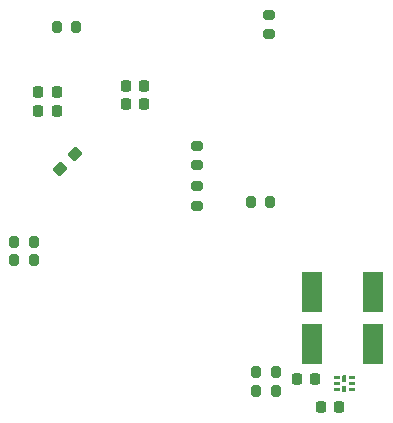
<source format=gbr>
%TF.GenerationSoftware,KiCad,Pcbnew,8.0.3-8.0.3-0~ubuntu22.04.1*%
%TF.CreationDate,2024-06-15T18:18:28-06:00*%
%TF.ProjectId,stm32g070 and DRV8311 single motor board - V1 Alpha,73746d33-3267-4303-9730-20616e642044,rev?*%
%TF.SameCoordinates,Original*%
%TF.FileFunction,Paste,Bot*%
%TF.FilePolarity,Positive*%
%FSLAX46Y46*%
G04 Gerber Fmt 4.6, Leading zero omitted, Abs format (unit mm)*
G04 Created by KiCad (PCBNEW 8.0.3-8.0.3-0~ubuntu22.04.1) date 2024-06-15 18:18:28*
%MOMM*%
%LPD*%
G01*
G04 APERTURE LIST*
G04 Aperture macros list*
%AMRoundRect*
0 Rectangle with rounded corners*
0 $1 Rounding radius*
0 $2 $3 $4 $5 $6 $7 $8 $9 X,Y pos of 4 corners*
0 Add a 4 corners polygon primitive as box body*
4,1,4,$2,$3,$4,$5,$6,$7,$8,$9,$2,$3,0*
0 Add four circle primitives for the rounded corners*
1,1,$1+$1,$2,$3*
1,1,$1+$1,$4,$5*
1,1,$1+$1,$6,$7*
1,1,$1+$1,$8,$9*
0 Add four rect primitives between the rounded corners*
20,1,$1+$1,$2,$3,$4,$5,0*
20,1,$1+$1,$4,$5,$6,$7,0*
20,1,$1+$1,$6,$7,$8,$9,0*
20,1,$1+$1,$8,$9,$2,$3,0*%
G04 Aperture macros list end*
%ADD10C,0.000000*%
%ADD11R,1.800000X3.400000*%
%ADD12RoundRect,0.200000X-0.200000X-0.275000X0.200000X-0.275000X0.200000X0.275000X-0.200000X0.275000X0*%
%ADD13RoundRect,0.225000X0.225000X0.250000X-0.225000X0.250000X-0.225000X-0.250000X0.225000X-0.250000X0*%
%ADD14RoundRect,0.200000X0.200000X0.275000X-0.200000X0.275000X-0.200000X-0.275000X0.200000X-0.275000X0*%
%ADD15RoundRect,0.200000X-0.275000X0.200000X-0.275000X-0.200000X0.275000X-0.200000X0.275000X0.200000X0*%
%ADD16RoundRect,0.237500X0.044194X0.380070X-0.380070X-0.044194X-0.044194X-0.380070X0.380070X0.044194X0*%
%ADD17RoundRect,0.218750X-0.218750X-0.256250X0.218750X-0.256250X0.218750X0.256250X-0.218750X0.256250X0*%
%ADD18RoundRect,0.225000X-0.225000X-0.250000X0.225000X-0.250000X0.225000X0.250000X-0.225000X0.250000X0*%
%ADD19R,0.350000X0.630000*%
G04 APERTURE END LIST*
D10*
%TO.C,U3*%
G36*
X151967501Y-126924999D02*
G01*
X151437499Y-126924999D01*
X151437499Y-126675000D01*
X151967501Y-126675000D01*
X151967501Y-126924999D01*
G37*
G36*
X151967501Y-127425001D02*
G01*
X151437499Y-127425001D01*
X151437499Y-127174999D01*
X151967501Y-127174999D01*
X151967501Y-127425001D01*
G37*
G36*
X151967501Y-127925000D02*
G01*
X151437499Y-127925000D01*
X151437499Y-127675001D01*
X151967501Y-127675001D01*
X151967501Y-127925000D01*
G37*
G36*
X152462501Y-127130000D02*
G01*
X152212499Y-127130000D01*
X152212499Y-126599999D01*
X152462501Y-126599999D01*
X152462501Y-127130000D01*
G37*
G36*
X152462501Y-128000001D02*
G01*
X152212499Y-128000001D01*
X152212499Y-127470000D01*
X152462501Y-127470000D01*
X152462501Y-128000001D01*
G37*
G36*
X153237501Y-126924999D02*
G01*
X152707499Y-126924999D01*
X152707499Y-126675000D01*
X153237501Y-126675000D01*
X153237501Y-126924999D01*
G37*
G36*
X153237501Y-127425001D02*
G01*
X152707499Y-127425001D01*
X152707499Y-127174999D01*
X153237501Y-127174999D01*
X153237501Y-127425001D01*
G37*
G36*
X153237501Y-127925000D02*
G01*
X152707499Y-127925000D01*
X152707499Y-127675001D01*
X153237501Y-127675001D01*
X153237501Y-127925000D01*
G37*
%TD*%
D11*
%TO.C,R6*%
X154800000Y-119500000D03*
X149600000Y-119500000D03*
%TD*%
%TO.C,R7*%
X154800000Y-123900000D03*
X149600000Y-123900000D03*
%TD*%
D12*
%TO.C,R5*%
X144875000Y-126300000D03*
X146525000Y-126300000D03*
%TD*%
D13*
%TO.C,C11*%
X151875000Y-129300000D03*
X150325000Y-129300000D03*
%TD*%
D14*
%TO.C,R14*%
X129625000Y-97100000D03*
X127975000Y-97100000D03*
%TD*%
D15*
%TO.C,R18*%
X139900000Y-107175000D03*
X139900000Y-108825000D03*
%TD*%
%TO.C,R17*%
X139900000Y-110575000D03*
X139900000Y-112225000D03*
%TD*%
D16*
%TO.C,C18*%
X129509880Y-107890120D03*
X128290120Y-109109880D03*
%TD*%
D15*
%TO.C,R1*%
X145925659Y-96077365D03*
X145925659Y-97727365D03*
%TD*%
D13*
%TO.C,C2*%
X127975000Y-102600000D03*
X126425000Y-102600000D03*
%TD*%
%TO.C,C1*%
X127975000Y-104200000D03*
X126425000Y-104200000D03*
%TD*%
D12*
%TO.C,R3*%
X144875000Y-127900000D03*
X146525000Y-127900000D03*
%TD*%
D17*
%TO.C,FB1*%
X133812500Y-102100000D03*
X135387500Y-102100000D03*
%TD*%
D13*
%TO.C,C19*%
X135375000Y-103600000D03*
X133825000Y-103600000D03*
%TD*%
D14*
%TO.C,R9*%
X126025000Y-116800000D03*
X124375000Y-116800000D03*
%TD*%
%TO.C,R19*%
X146075000Y-111900000D03*
X144425000Y-111900000D03*
%TD*%
D18*
%TO.C,C12*%
X148325000Y-126900000D03*
X149875000Y-126900000D03*
%TD*%
D19*
%TO.C,U3*%
X152337500Y-126865000D03*
X152337500Y-127735000D03*
%TD*%
D12*
%TO.C,R8*%
X124387500Y-115300000D03*
X126037500Y-115300000D03*
%TD*%
M02*

</source>
